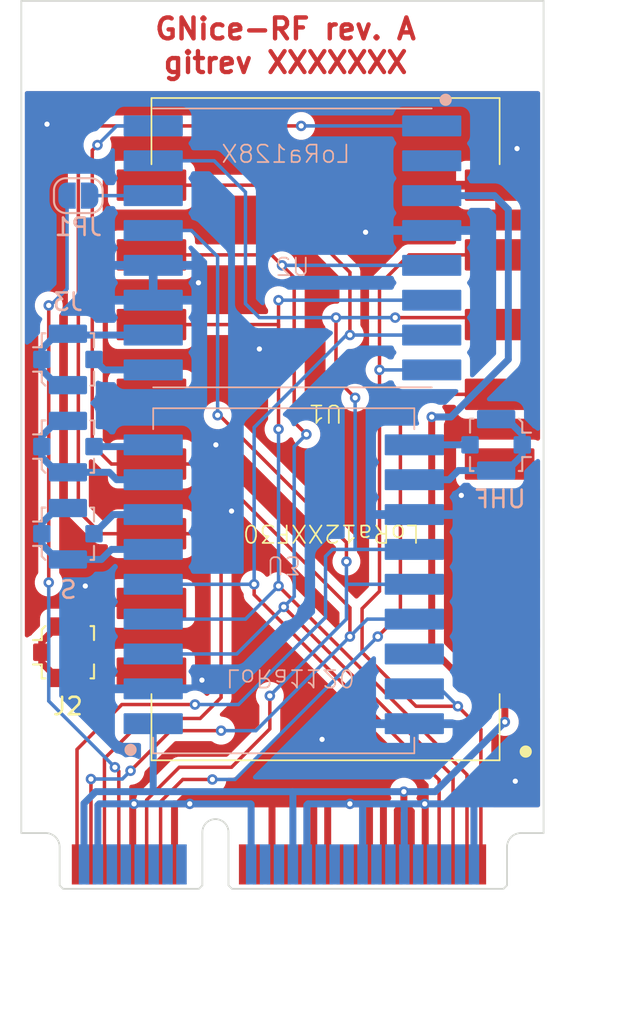
<source format=kicad_pcb>
(kicad_pcb (version 20241229) (generator "pcbnew") (generator_version "9.0")
  (layers (0 "F.Cu" signal) (2 "B.Cu" signal) (13 "F.Paste" user) (15 "B.Paste" user) (5 "F.SilkS" user "F.Silkscreen") (7 "B.SilkS" user "B.Silkscreen") (1 "F.Mask" user) (3 "B.Mask" user) (25 "Edge.Cuts" user))
  (net 0 "")
  (net 1 "GND")
  (net 2 "MOSI")
  (net 5 "SCK")
  (net 6 "RST1")
  (net 9 "RST0")
  (net 11 "IRQ0")
  (net 12 "GPIO1")
  (net 13 "+3V3")
  (net 15 "GPIO0")
  (net 16 "NSS")
  (net 19 "MISO")
  (net 20 "IRQ1")
  (net 21 "Net-(J2-Ext)")
  (net 22 "Net-(J2-In)")
  (net 23 "Net-(J3-Ext)")
  (net 24 "Net-(J3-In)")
  (net 25 "Net-(J4-Ext)")
  (net 26 "Net-(J4-In)")
  (net 27 "Net-(J5-Ext)")
  (net 28 "Net-(J5-In)")
  (net 29 "Net-(J6-Ext)")
  (net 30 "Net-(J6-In)")
  (net 35 "Net-(JP1-B)")
  (footprint "RadioHAT:LoRa12XXF30" (layer "F.Cu") (at 140.7 94 180)
    (property "Reference" "U1" (at 0 0.9 180) (layer "F.SilkS") (effects (font (thickness 0.1))))
    (property "Value" "~")
    (fp_text user "LoRa12XXF30" (at -5.5 -5.4 180) (layer "F.SilkS") (effects (font (thickness 0.1)) (justify left bottom)))
    (pad "1" smd roundrect (at -10 -14 180) (size 4 1.8) (layers "F.Cu" "F.Mask" "F.Paste") (roundrect_rratio 0.05) (net 13 "+3V3"))
    (pad "2" smd roundrect (at -10 -10 180) (size 4 1.8) (layers "F.Cu" "F.Mask" "F.Paste") (roundrect_rratio 0.05) (net 1 "GND"))
    (pad "3" smd roundrect (at -10 -6 180) (size 4 1.8) (layers "F.Cu" "F.Mask" "F.Paste") (roundrect_rratio 0.05))
    (pad "4" smd roundrect (at -10 -2 180) (size 4 1.8) (layers "F.Cu" "F.Mask" "F.Paste") (roundrect_rratio 0.05))
    (pad "5" smd roundrect (at -10 2 180) (size 4 1.8) (layers "F.Cu" "F.Mask" "F.Paste") (roundrect_rratio 0.05) (net 6 "RST1"))
    (pad "6" smd roundrect (at -10 6 180) (size 4 1.8) (layers "F.Cu" "F.Mask" "F.Paste") (roundrect_rratio 0.05) (net 15 "GPIO0"))
    (pad "7" smd roundrect (at -10 10 180) (size 4 1.8) (layers "F.Cu" "F.Mask" "F.Paste") (roundrect_rratio 0.05) (net 16 "NSS"))
    (pad "8" smd roundrect (at -10 14 180) (size 4 1.8) (layers "F.Cu" "F.Mask" "F.Paste") (roundrect_rratio 0.05) (net 1 "GND"))
    (pad "9" smd roundrect (at 10 14 180) (size 4 1.8) (layers "F.Cu" "F.Mask" "F.Paste") (roundrect_rratio 0.05) (net 5 "SCK"))
    (pad "10" smd roundrect (at 10 10 180) (size 4 1.8) (layers "F.Cu" "F.Mask" "F.Paste") (roundrect_rratio 0.05) (net 19 "MISO"))
    (pad "11" smd roundrect (at 10 6 180) (size 4 1.8) (layers "F.Cu" "F.Mask" "F.Paste") (roundrect_rratio 0.05) (net 2 "MOSI"))
    (pad "12" smd roundrect (at 10 2 180) (size 4 1.8) (layers "F.Cu" "F.Mask" "F.Paste") (roundrect_rratio 0.05))
    (pad "13" smd roundrect (at 10 -2 180) (size 4 1.8) (layers "F.Cu" "F.Mask" "F.Paste") (roundrect_rratio 0.05) (net 11 "IRQ0"))
    (pad "14" smd roundrect (at 10 -6 180) (size 4 1.8) (layers "F.Cu" "F.Mask" "F.Paste") (roundrect_rratio 0.05) (net 20 "IRQ1"))
    (pad "15" smd roundrect (at 10 -10 180) (size 4 1.8) (layers "F.Cu" "F.Mask" "F.Paste") (roundrect_rratio 0.05) (net 21 "Net-(J2-Ext)"))
    (pad "16" smd roundrect (at 10 -14 180) (size 4 1.8) (layers "F.Cu" "F.Mask" "F.Paste") (roundrect_rratio 0.05) (net 22 "Net-(J2-In)"))
  )
  (footprint "Connector_Coaxial:U.FL_Molex_MCRF_73412-0110_Vertical" (layer "F.Cu") (at 125.9 106.8 90)
    (property "Reference" "J2" (at -3.1 0 0) (layer "F.SilkS"))
    (property "Value" "Conn_Coaxial" (hide yes))
    (pad "1" smd roundrect (at 0 1.5 270) (size 1 1) (layers "F.Cu" "F.Mask" "F.Paste") (roundrect_rratio 0.1) (net 22 "Net-(J2-In)"))
    (pad "2" smd roundrect (at -1.475 0 270) (size 1.05 2.2) (layers "F.Cu" "F.Mask" "F.Paste") (roundrect_rratio 0.1) (net 21 "Net-(J2-Ext)"))
    (pad "2" smd roundrect (at 0 -1.5 270) (size 1 1) (layers "F.Cu" "F.Mask" "F.Paste") (roundrect_rratio 0.1) (net 21 "Net-(J2-Ext)"))
    (pad "2" smd roundrect (at 1.475 0 270) (size 1.05 2.2) (layers "F.Cu" "F.Mask" "F.Paste") (roundrect_rratio 0.1) (net 21 "Net-(J2-Ext)"))
  )
  (footprint "RadioHAT:Mini_PCIe_Full" (layer "F.Cu") (at 125.425 120.375)
    (property "Reference" "J1" (hide yes))
    (property "Value" "~" (hide yes))
    (fp_line (start -2.2 -50.95) (end -2.2 -3.2) (stroke (width 0.1)) (layer "Edge.Cuts"))
    (fp_line (start -2.2 -3.2) (end -0.8 -3.2) (stroke (width 0.1)) (layer "Edge.Cuts"))
    (fp_line (start 0 -2.4) (end 0 -0.2) (stroke (width 0.1)) (layer "Edge.Cuts"))
    (fp_line (start 0 -0.2) (end 0.2 0) (stroke (width 0.1)) (layer "Edge.Cuts"))
    (fp_line (start 0.2 0) (end 8 0) (stroke (width 0.1)) (layer "Edge.Cuts"))
    (fp_line (start 8 0) (end 8.2 -0.2) (stroke (width 0.1)) (layer "Edge.Cuts"))
    (fp_line (start 8.2 -0.2) (end 8.2 -3.25) (stroke (width 0.1)) (layer "Edge.Cuts"))
    (fp_line (start 9.7 -0.2) (end 9.7 -3.25) (stroke (width 0.1)) (layer "Edge.Cuts"))
    (fp_line (start 9.7 -0.2) (end 9.9 0) (stroke (width 0.1)) (layer "Edge.Cuts"))
    (fp_line (start 9.9 0) (end 25.5 0) (stroke (width 0.1)) (layer "Edge.Cuts"))
    (fp_line (start 25.5 0) (end 25.7 -0.2) (stroke (width 0.1)) (layer "Edge.Cuts"))
    (fp_line (start 25.7 -0.2) (end 25.7 -2.4) (stroke (width 0.1)) (layer "Edge.Cuts"))
    (fp_line (start 26.5 -3.2) (end 27.8 -3.2) (stroke (width 0.1)) (layer "Edge.Cuts"))
    (fp_line (start 27.8 -50.95) (end -2.2 -50.95) (stroke (width 0.1)) (layer "Edge.Cuts"))
    (fp_line (start 27.8 -50.95) (end 27.8 -3.2) (stroke (width 0.1)) (layer "Edge.Cuts"))
    (fp_arc (start -0.8 -3.2) (mid -0.234315 -2.965685) (end 0 -2.4) (stroke (width 0.1)) (layer "Edge.Cuts"))
    (fp_arc (start 8.2 -3.25) (mid 8.95 -4) (end 9.7 -3.25) (stroke (width 0.1)) (layer "Edge.Cuts"))
    (fp_arc (start 25.7 -2.4) (mid 25.934315 -2.965685) (end 26.5 -3.2) (stroke (width 0.1)) (layer "Edge.Cuts"))
    (pad "" np_thru_hole circle (at 0.7 -48.05) (size 2.6 2.6) (drill 2.6) (layers "*.Cu" "*.Mask"))
    (pad "" np_thru_hole circle (at 24.9 -48.05) (size 2.6 2.6) (drill 2.6) (layers "*.Cu" "*.Mask"))
    (pad "1" smd rect (at 1 -1.4 90) (size 2.3 0.6) (layers "F.Cu" "F.Mask" "F.Paste") (net 15 "GPIO0"))
    (pad "2" smd rect (at 1.4 -1.4 90) (size 2.3 0.6) (layers "B.Cu" "B.Mask" "B.Paste") (net 13 "+3V3"))
    (pad "3" smd rect (at 1.8 -1.4 90) (size 2.3 0.6) (layers "F.Cu" "F.Mask" "F.Paste") (net 11 "IRQ0"))
    (pad "4" smd rect (at 2.2 -1.4 90) (size 2.3 0.6) (layers "B.Cu" "B.Mask" "B.Paste") (net 1 "GND"))
    (pad "5" smd rect (at 2.6 -1.4 90) (size 2.3 0.6) (layers "F.Cu" "F.Mask" "F.Paste") (net 20 "IRQ1"))
    (pad "6" smd rect (at 3 -1.4 90) (size 2.3 0.6) (layers "B.Cu" "B.Mask" "B.Paste"))
    (pad "7" smd rect (at 3.4 -1.4 90) (size 2.3 0.6) (layers "F.Cu" "F.Mask" "F.Paste") (net 12 "GPIO1"))
    (pad "8" smd rect (at 3.8 -1.4 90) (size 2.3 0.6) (layers "B.Cu" "B.Mask" "B.Paste"))
    (pad "9" smd rect (at 4.2 -1.4 90) (size 2.3 0.6) (layers "F.Cu" "F.Mask" "F.Paste") (net 1 "GND"))
    (pad "10" smd rect (at 4.6 -1.4 90) (size 2.3 0.6) (layers "B.Cu" "B.Mask" "B.Paste"))
    (pad "11" smd rect (at 5 -1.4 90) (size 2.3 0.6) (layers "F.Cu" "F.Mask" "F.Paste") (net 9 "RST0"))
    (pad "12" smd rect (at 5.4 -1.4 90) (size 2.3 0.6) (layers "B.Cu" "B.Mask" "B.Paste"))
    (pad "13" smd rect (at 5.8 -1.4 90) (size 2.3 0.6) (layers "F.Cu" "F.Mask" "F.Paste") (net 6 "RST1"))
    (pad "14" smd rect (at 6.2 -1.4 90) (size 2.3 0.6) (layers "B.Cu" "B.Mask" "B.Paste"))
    (pad "15" smd rect (at 6.6 -1.4 90) (size 2.3 0.6) (layers "F.Cu" "F.Mask" "F.Paste") (net 1 "GND"))
    (pad "16" smd rect (at 7 -1.4 90) (size 2.3 0.6) (layers "B.Cu" "B.Mask" "B.Paste"))
    (pad "17" smd rect (at 10.6 -1.4 90) (size 2.3 0.6) (layers "F.Cu" "F.Mask" "F.Paste"))
    (pad "18" smd rect (at 11 -1.4 90) (size 2.3 0.6) (layers "B.Cu" "B.Mask" "B.Paste") (net 1 "GND"))
    (pad "19" smd rect (at 11.4 -1.4 90) (size 2.3 0.6) (layers "F.Cu" "F.Mask" "F.Paste"))
    (pad "20" smd rect (at 11.8 -1.4 90) (size 2.3 0.6) (layers "B.Cu" "B.Mask" "B.Paste"))
    (pad "21" smd rect (at 12.2 -1.4 90) (size 2.3 0.6) (layers "F.Cu" "F.Mask" "F.Paste") (net 1 "GND"))
    (pad "22" smd rect (at 12.6 -1.4 90) (size 2.3 0.6) (layers "B.Cu" "B.Mask" "B.Paste"))
    (pad "23" smd rect (at 13 -1.4 90) (size 2.3 0.6) (layers "F.Cu" "F.Mask" "F.Paste"))
    (pad "24" smd rect (at 13.4 -1.4 90) (size 2.3 0.6) (layers "B.Cu" "B.Mask" "B.Paste") (net 13 "+3V3"))
    (pad "25" smd rect (at 13.8 -1.4 90) (size 2.3 0.6) (layers "F.Cu" "F.Mask" "F.Paste"))
    (pad "26" smd rect (at 14.2 -1.4 90) (size 2.3 0.6) (layers "B.Cu" "B.Mask" "B.Paste") (net 1 "GND"))
    (pad "27" smd rect (at 14.6 -1.4 90) (size 2.3 0.6) (layers "F.Cu" "F.Mask" "F.Paste") (net 1 "GND"))
    (pad "28" smd rect (at 15 -1.4 90) (size 2.3 0.6) (layers "B.Cu" "B.Mask" "B.Paste"))
    (pad "29" smd rect (at 15.4 -1.4 90) (size 2.3 0.6) (layers "F.Cu" "F.Mask" "F.Paste") (net 1 "GND"))
    (pad "30" smd rect (at 15.8 -1.4 90) (size 2.3 0.6) (layers "B.Cu" "B.Mask" "B.Paste"))
    (pad "31" smd rect (at 16.2 -1.4 90) (size 2.3 0.6) (layers "F.Cu" "F.Mask" "F.Paste"))
    (pad "32" smd rect (at 16.6 -1.4 90) (size 2.3 0.6) (layers "B.Cu" "B.Mask" "B.Paste"))
    (pad "33" smd rect (at 17 -1.4 90) (size 2.3 0.6) (layers "F.Cu" "F.Mask" "F.Paste"))
    (pad "34" smd rect (at 17.4 -1.4 90) (size 2.3 0.6) (layers "B.Cu" "B.Mask" "B.Paste") (net 1 "GND"))
    (pad "35" smd rect (at 17.8 -1.4 90) (size 2.3 0.6) (layers "F.Cu" "F.Mask" "F.Paste") (net 1 "GND"))
    (pad "36" smd rect (at 18.2 -1.4 90) (size 2.3 0.6) (layers "B.Cu" "B.Mask" "B.Paste"))
    (pad "37" smd rect (at 18.6 -1.4 90) (size 2.3 0.6) (layers "F.Cu" "F.Mask" "F.Paste") (net 1 "GND"))
    (pad "38" smd rect (at 19 -1.4 90) (size 2.3 0.6) (layers "B.Cu" "B.Mask" "B.Paste"))
    (pad "39" smd rect (at 19.4 -1.4 90) (size 2.3 0.6) (layers "F.Cu" "F.Mask" "F.Paste") (net 13 "+3V3"))
    (pad "40" smd rect (at 19.8 -1.4 90) (size 2.3 0.6) (layers "B.Cu" "B.Mask" "B.Paste") (net 1 "GND"))
    (pad "41" smd rect (at 20.2 -1.4 90) (size 2.3 0.6) (layers "F.Cu" "F.Mask" "F.Paste") (net 13 "+3V3"))
    (pad "42" smd rect (at 20.6 -1.4 90) (size 2.3 0.6) (layers "B.Cu" "B.Mask" "B.Paste"))
    (pad "43" smd rect (at 21 -1.4 90) (size 2.3 0.6) (layers "F.Cu" "F.Mask" "F.Paste") (net 1 "GND"))
    (pad "44" smd rect (at 21.4 -1.4 90) (size 2.3 0.6) (layers "B.Cu" "B.Mask" "B.Paste"))
    (pad "45" smd rect (at 21.8 -1.4 90) (size 2.3 0.6) (layers "F.Cu" "F.Mask" "F.Paste") (net 5 "SCK"))
    (pad "46" smd rect (at 22.2 -1.4 90) (size 2.3 0.6) (layers "B.Cu" "B.Mask" "B.Paste"))
    (pad "47" smd rect (at 22.6 -1.4 90) (size 2.3 0.6) (layers "F.Cu" "F.Mask" "F.Paste") (net 19 "MISO"))
    (pad "48" smd rect (at 23 -1.4 90) (size 2.3 0.6) (layers "B.Cu" "B.Mask" "B.Paste"))
    (pad "49" smd rect (at 23.4 -1.4 90) (size 2.3 0.6) (layers "F.Cu" "F.Mask" "F.Paste") (net 2 "MOSI"))
    (pad "50" smd rect (at 23.8 -1.4 90) (size 2.3 0.6) (layers "B.Cu" "B.Mask" "B.Paste") (net 1 "GND"))
    (pad "51" smd rect (at 24.2 -1.4 90) (size 2.3 0.6) (layers "F.Cu" "F.Mask" "F.Paste") (net 16 "NSS"))
  )
  (footprint "Connector_Coaxial:U.FL_Molex_MCRF_73412-0110_Vertical" (layer "B.Cu") (at 125.9 100 -90)
    (property "Reference" "J6" (hide yes))
    (property "Value" "Conn_Coaxial" (hide yes))
    (pad "1" smd roundrect (at 0 -1.5 90) (size 1 1) (layers "B.Cu" "B.Mask" "B.Paste") (roundrect_rratio 0.1) (net 30 "Net-(J6-In)"))
    (pad "2" smd roundrect (at -1.475 0 90) (size 1.05 2.2) (layers "B.Cu" "B.Mask" "B.Paste") (roundrect_rratio 0.1) (net 29 "Net-(J6-Ext)"))
    (pad "2" smd roundrect (at 0 1.5 90) (size 1 1) (layers "B.Cu" "B.Mask" "B.Paste") (roundrect_rratio 0.1) (net 29 "Net-(J6-Ext)"))
    (pad "2" smd roundrect (at 1.475 0 90) (size 1.05 2.2) (layers "B.Cu" "B.Mask" "B.Paste") (roundrect_rratio 0.1) (net 29 "Net-(J6-Ext)"))
  )
  (footprint "Jumper:SolderJumper-2_P1.3mm_Open_RoundedPad1.0x1.5mm" (layer "B.Cu") (at 126.5 80.6)
    (property "Reference" "JP1" (at 0 1.8 0) (layer "B.SilkS") (effects (justify mirror)))
    (property "Value" "SolderJumper_2_Open" (hide yes))
    (pad "1" smd custom (at -0.65 0) (size 1 0.5) (layers "B.Cu" "B.Mask") (net 12 "GPIO1") (options (clearance outline) (anchor rect)) (primitives (gr_circle (center 0 -0.25) (end 0.5 -0.25) (width 0) (fill yes)) (gr_circle (center 0 0.25) (end 0.5 0.25) (width 0) (fill yes)) (gr_poly (pts (xy 0.5 -0.75) (xy 0 -0.75) (xy 0 0.75) (xy 0.5 0.75)) (width 0) (fill yes))))
    (pad "2" smd custom (at 0.65 0) (size 1 0.5) (layers "B.Cu" "B.Mask") (net 35 "Net-(JP1-B)") (options (clearance outline) (anchor rect)) (primitives (gr_circle (center 0 -0.25) (end 0.5 -0.25) (width 0) (fill yes)) (gr_circle (center 0 0.25) (end 0.5 0.25) (width 0) (fill yes)) (gr_poly (pts (xy 0 -0.75) (xy -0.5 -0.75) (xy -0.5 0.75) (xy 0 0.75)) (width 0) (fill yes))))
  )
  (footprint "RadioHAT:LoRa128X" (layer "B.Cu") (at 138.8 83.6 180)
    (property "Reference" "U2" (at 0 -1.1 0) (layer "B.SilkS") (effects (font (thickness 0.1)) (justify mirror)))
    (property "Value" "~")
    (fp_text user "LoRa128X" (at -3.4 4.8 0) (layer "B.SilkS") (effects (font (thickness 0.1)) (justify left bottom mirror)))
    (pad "1" smd roundrect (at -8 7 180) (size 3.4 1.2) (layers "B.Cu" "B.Mask" "B.Paste") (roundrect_rratio 0.05) (net 20 "IRQ1"))
    (pad "2" smd roundrect (at -8 5 180) (size 3.4 1.2) (layers "B.Cu" "B.Mask" "B.Paste") (roundrect_rratio 0.05))
    (pad "3" smd roundrect (at -8 3 180) (size 3.4 1.2) (layers "B.Cu" "B.Mask" "B.Paste") (roundrect_rratio 0.05) (net 13 "+3V3"))
    (pad "4" smd roundrect (at -8 1 180) (size 3.4 1.2) (layers "B.Cu" "B.Mask" "B.Paste") (roundrect_rratio 0.05) (net 1 "GND"))
    (pad "5" smd roundrect (at -8 -1 180) (size 3.4 1.2) (layers "B.Cu" "B.Mask" "B.Paste") (roundrect_rratio 0.05) (net 19 "MISO"))
    (pad "6" smd roundrect (at -8 -3 180) (size 3.4 1.2) (layers "B.Cu" "B.Mask" "B.Paste") (roundrect_rratio 0.05) (net 2 "MOSI"))
    (pad "7" smd roundrect (at -8 -5 180) (size 3.4 1.2) (layers "B.Cu" "B.Mask" "B.Paste") (roundrect_rratio 0.05) (net 5 "SCK"))
    (pad "8" smd roundrect (at -8 -7 180) (size 3.4 1.2) (layers "B.Cu" "B.Mask" "B.Paste") (roundrect_rratio 0.05) (net 16 "NSS"))
    (pad "9" smd roundrect (at 8 -7 180) (size 3.4 1.2) (layers "B.Cu" "B.Mask" "B.Paste") (roundrect_rratio 0.05) (net 24 "Net-(J3-In)"))
    (pad "10" smd roundrect (at 8 -5 180) (size 3.4 1.2) (layers "B.Cu" "B.Mask" "B.Paste") (roundrect_rratio 0.05) (net 23 "Net-(J3-Ext)"))
    (pad "11" smd roundrect (at 8 -3 180) (size 3.4 1.2) (layers "B.Cu" "B.Mask" "B.Paste") (roundrect_rratio 0.05) (net 1 "GND"))
    (pad "12" smd roundrect (at 8 -1 180) (size 3.4 1.2) (layers "B.Cu" "B.Mask" "B.Paste") (roundrect_rratio 0.05) (net 1 "GND"))
    (pad "13" smd roundrect (at 8 1 180) (size 3.4 1.2) (layers "B.Cu" "B.Mask" "B.Paste") (roundrect_rratio 0.05) (net 9 "RST0"))
    (pad "14" smd roundrect (at 8 3 180) (size 3.4 1.2) (layers "B.Cu" "B.Mask" "B.Paste") (roundrect_rratio 0.05) (net 35 "Net-(JP1-B)"))
    (pad "15" smd roundrect (at 8 5 180) (size 3.4 1.2) (layers "B.Cu" "B.Mask" "B.Paste") (roundrect_rratio 0.05) (net 15 "GPIO0"))
    (pad "16" smd roundrect (at 8 7 180) (size 3.4 1.2) (layers "B.Cu" "B.Mask" "B.Paste") (roundrect_rratio 0.05) (net 11 "IRQ0"))
  )
  (footprint "Connector_Coaxial:U.FL_Molex_MCRF_73412-0110_Vertical" (layer "B.Cu") (at 125.9 90 -90)
    (property "Reference" "J3" (at -3.3 0 180) (layer "B.SilkS") (effects (justify mirror)))
    (property "Value" "Conn_Coaxial" (hide yes))
    (pad "1" smd roundrect (at 0 -1.5 90) (size 1 1) (layers "B.Cu" "B.Mask" "B.Paste") (roundrect_rratio 0.1) (net 24 "Net-(J3-In)"))
    (pad "2" smd roundrect (at -1.475 0 90) (size 1.05 2.2) (layers "B.Cu" "B.Mask" "B.Paste") (roundrect_rratio 0.1) (net 23 "Net-(J3-Ext)"))
    (pad "2" smd roundrect (at 0 1.5 90) (size 1 1) (layers "B.Cu" "B.Mask" "B.Paste") (roundrect_rratio 0.1) (net 23 "Net-(J3-Ext)"))
    (pad "2" smd roundrect (at 1.475 0 90) (size 1.05 2.2) (layers "B.Cu" "B.Mask" "B.Paste") (roundrect_rratio 0.1) (net 23 "Net-(J3-Ext)"))
  )
  (footprint "RadioHAT:LoRa1120" (layer "B.Cu") (at 138.3 102.9)
    (property "Reference" "U3" (at 0 -1.1 180) (layer "B.SilkS") (effects (font (thickness 0.1)) (justify mirror)))
    (property "Value" "~")
    (fp_text user "LoRa1120" (at -3.4 4.8 180) (layer "B.SilkS") (effects (font (thickness 0.1)) (justify left bottom mirror)))
    (pad "1" smd roundrect (at -7.5 8) (size 3.4 1.2) (layers "B.Cu" "B.Mask" "B.Paste") (roundrect_rratio 0.05) (net 13 "+3V3"))
    (pad "2" smd roundrect (at -7.5 6) (size 3.4 1.2) (layers "B.Cu" "B.Mask" "B.Paste") (roundrect_rratio 0.05) (net 1 "GND"))
    (pad "3" smd roundrect (at -7.5 4) (size 3.4 1.2) (layers "B.Cu" "B.Mask" "B.Paste") (roundrect_rratio 0.05) (net 19 "MISO"))
    (pad "4" smd roundrect (at -7.5 2) (size 3.4 1.2) (layers "B.Cu" "B.Mask" "B.Paste") (roundrect_rratio 0.05) (net 2 "MOSI"))
    (pad "5" smd roundrect (at -7.5 0) (size 3.4 1.2) (layers "B.Cu" "B.Mask" "B.Paste") (roundrect_rratio 0.05) (net 5 "SCK"))
    (pad "6" smd roundrect (at -7.5 -2) (size 3.4 1.2) (layers "B.Cu" "B.Mask" "B.Paste") (roundrect_rratio 0.05) (net 29 "Net-(J6-Ext)"))
    (pad "7" smd roundrect (at -7.5 -4) (size 3.4 1.2) (layers "B.Cu" "B.Mask" "B.Paste") (roundrect_rratio 0.05) (net 30 "Net-(J6-In)"))
    (pad "8" smd roundrect (at -7.5 -6) (size 3.4 1.2) (layers "B.Cu" "B.Mask" "B.Paste") (roundrect_rratio 0.05) (net 27 "Net-(J5-Ext)"))
    (pad "9" smd roundrect (at -7.5 -8) (size 3.4 1.2) (layers "B.Cu" "B.Mask" "B.Paste") (roundrect_rratio 0.05) (net 28 "Net-(J5-In)"))
    (pad "10" smd roundrect (at 7.5 -8) (size 3.4 1.2) (layers "B.Cu" "B.Mask" "B.Paste") (roundrect_rratio 0.05) (net 26 "Net-(J4-In)"))
    (pad "11" smd roundrect (at 7.5 -6) (size 3.4 1.2) (layers "B.Cu" "B.Mask" "B.Paste") (roundrect_rratio 0.05) (net 25 "Net-(J4-Ext)"))
    (pad "12" smd roundrect (at 7.5 -4) (size 3.4 1.2) (layers "B.Cu" "B.Mask" "B.Paste") (roundrect_rratio 0.05) (net 1 "GND"))
    (pad "13" smd roundrect (at 7.5 -2) (size 3.4 1.2) (layers "B.Cu" "B.Mask" "B.Paste") (roundrect_rratio 0.05) (net 15 "GPIO0"))
    (pad "14" smd roundrect (at 7.5 0) (size 3.4 1.2) (layers "B.Cu" "B.Mask" "B.Paste") (roundrect_rratio 0.05) (net 9 "RST0"))
    (pad "15" smd roundrect (at 7.5 2) (size 3.4 1.2) (layers "B.Cu" "B.Mask" "B.Paste") (roundrect_rratio 0.05) (net 11 "IRQ0"))
    (pad "16" smd roundrect (at 7.5 4) (size 3.4 1.2) (layers "B.Cu" "B.Mask" "B.Paste") (roundrect_rratio 0.05))
    (pad "17" smd roundrect (at 7.5 6) (size 3.4 1.2) (layers "B.Cu" "B.Mask" "B.Paste") (roundrect_rratio 0.05) (net 16 "NSS"))
    (pad "18" smd roundrect (at 7.5 8) (size 3.4 1.2) (layers "B.Cu" "B.Mask" "B.Paste") (roundrect_rratio 0.05) (net 1 "GND"))
  )
  (footprint "Connector_Coaxial:U.FL_Molex_MCRF_73412-0110_Vertical" (layer "B.Cu") (at 150.5 94.9 90)
    (property "Reference" "J4" (hide yes))
    (property "Value" "Conn_Coaxial" (hide yes))
    (pad "1" smd roundrect (at 0 -1.5 270) (size 1 1) (layers "B.Cu" "B.Mask" "B.Paste") (roundrect_rratio 0.1) (net 26 "Net-(J4-In)"))
    (pad "2" smd roundrect (at -1.475 0 270) (size 1.05 2.2) (layers "B.Cu" "B.Mask" "B.Paste") (roundrect_rratio 0.1) (net 25 "Net-(J4-Ext)"))
    (pad "2" smd roundrect (at 0 1.5 270) (size 1 1) (layers "B.Cu" "B.Mask" "B.Paste") (roundrect_rratio 0.1) (net 25 "Net-(J4-Ext)"))
    (pad "2" smd roundrect (at 1.475 0 270) (size 1.05 2.2) (layers "B.Cu" "B.Mask" "B.Paste") (roundrect_rratio 0.1) (net 25 "Net-(J4-Ext)"))
  )
  (footprint "Connector_Coaxial:U.FL_Molex_MCRF_73412-0110_Vertical" (layer "B.Cu") (at 125.9 95 -90)
    (property "Reference" "J5" (hide yes))
    (property "Value" "Conn_Coaxial" (hide yes))
    (pad "1" smd roundrect (at 0 -1.5 90) (size 1 1) (layers "B.Cu" "B.Mask" "B.Paste") (roundrect_rratio 0.1) (net 28 "Net-(J5-In)"))
    (pad "2" smd roundrect (at -1.475 0 90) (size 1.05 2.2) (layers "B.Cu" "B.Mask" "B.Paste") (roundrect_rratio 0.1) (net 27 "Net-(J5-Ext)"))
    (pad "2" smd roundrect (at 0 1.5 90) (size 1 1) (layers "B.Cu" "B.Mask" "B.Paste") (roundrect_rratio 0.1) (net 27 "Net-(J5-Ext)"))
    (pad "2" smd roundrect (at 1.475 0 90) (size 1.05 2.2) (layers "B.Cu" "B.Mask" "B.Paste") (roundrect_rratio 0.1) (net 27 "Net-(J5-Ext)"))
  )
  (gr_text "GNice-RF rev. A\ngitrev XXXXXXX" (at 138.4 72 0) (layer "F.Cu") (effects (font (size 1.2 1.2) (thickness 0.25) (bold yes))))
  (gr_text "S" (at 126.5 103.8 0) (layer "B.SilkS") (effects (font (size 1 1)) (justify left bottom mirror)))
  (gr_text "UHF" (at 152.3 98.6 0) (layer "B.SilkS") (effects (font (size 1 1)) (justify left bottom mirror)))
  (segment (start 146.425 115.525) (end 146.4 115.5) (width 0.4) (layer "F.Cu") (net 1))
  (segment (start 143.225 115.525) (end 143.2 115.5) (width 0.4) (layer "F.Cu") (net 1))
  (segment (start 143.225 118.975) (end 143.225 115.525) (width 0.4) (layer "F.Cu") (net 1))
  (segment (start 144.025 115.525) (end 144 115.5) (width 0.4) (layer "F.Cu") (net 1))
  (segment (start 132.025 115.525) (end 132 115.5) (width 0.4) (layer "F.Cu") (net 1))
  (segment (start 129.625 118.975) (end 129.625 115.575) (width 0.4) (layer "F.Cu") (net 1))
  (segment (start 146.425 118.975) (end 146.425 115.525) (width 0.4) (layer "F.Cu") (net 1))
  (segment (start 144.025 118.975) (end 144.025 115.525) (width 0.4) (layer "F.Cu") (net 1))
  (segment (start 144 115.5) (end 143.2 115.5) (width 0.4) (layer "F.Cu") (net 1))
  (segment (start 142.1 115.5) (end 141.9 115.5) (width 0.4) (layer "F.Cu") (net 1))
  (segment (start 137.625 115.575) (end 137.7 115.5) (width 0.4) (layer "F.Cu") (net 1))
  (segment (start 140.8 115.5) (end 140 115.5) (width 0.4) (layer "F.Cu") (net 1))
  (segment (start 142.1 115.5) (end 140.8 115.5) (width 0.4) (layer "F.Cu") (net 1))
  (segment (start 137.7 115.5) (end 132 115.5) (width 0.4) (layer "F.Cu") (net 1))
  (segment (start 140.025 118.975) (end 140.025 115.525) (width 0.4) (layer "F.Cu") (net 1))
  (segment (start 143.2 115.5) (end 142.1 115.5) (width 0.4) (layer "F.Cu") (net 1))
  (segment (start 132.025 118.975) (end 132.025 115.525) (width 0.4) (layer "F.Cu") (net 1))
  (segment (start 140 115.5) (end 137.7 115.5) (width 0.4) (layer "F.Cu") (net 1))
  (segment (start 140.825 115.525) (end 140.8 115.5) (width 0.4) (layer "F.Cu") (net 1))
  (segment (start 140.025 115.525) (end 140 115.5) (width 0.4) (layer "F.Cu") (net 1))
  (segment (start 137.625 118.975) (end 137.625 115.575) (width 0.4) (layer "F.Cu") (net 1))
  (segment (start 129.625 115.575) (end 129.7 115.5) (width 0.4) (layer "F.Cu") (net 1))
  (segment (start 140.825 118.975) (end 140.825 115.525) (width 0.4) (layer "F.Cu") (net 1))
  (via (at 133.6 108.4) (size 0.6) (drill 0.3) (layers "F.Cu" "B.Cu") (net 1))
  (via (at 151.6 114.2) (size 0.6) (drill 0.3) (layers "F.Cu" "B.Cu") (net 1))
  (via (at 132.9 115.5) (size 0.6) (drill 0.3) (layers "F.Cu" "B.Cu") (net 1))
  (via (at 140.5 111.8) (size 0.6) (drill 0.3) (layers "F.Cu" "B.Cu") (net 1))
  (via (at 129.7 115.5) (size 0.6) (drill 0.3) (layers "F.Cu" "B.Cu") (net 1))
  (via (at 142.1 115.5) (size 0.6) (drill 0.3) (layers "F.Cu" "B.Cu") (net 1))
  (via (at 136.9 89.4) (size 0.6) (drill 0.3) (layers "F.Cu" "B.Cu") (net 1))
  (via (at 151.7 77.9) (size 0.6) (drill 0.3) (layers "F.Cu" "B.Cu") (net 1))
  (via (at 148.5 97.8) (size 0.6) (drill 0.3) (layers "F.Cu" "B.Cu") (net 1))
  (via (at 133.4 85.6) (size 0.6) (drill 0.3) (layers "F.Cu" "B.Cu") (net 1))
  (via (at 146.4 115.5) (size 0.6) (drill 0.3) (layers "F.Cu" "B.Cu") (net 1))
  (via (at 143 82.7) (size 0.6) (drill 0.3) (layers "F.Cu" "B.Cu") (net 1))
  (via (at 134.4 94.9) (size 0.6) (drill 0.3) (layers "F.Cu" "B.Cu") (net 1))
  (via (at 126.9 103) (size 0.6) (drill 0.3) (layers "F.Cu" "B.Cu") (net 1))
  (via (at 124.7 76.5) (size 0.6) (drill 0.3) (layers "F.Cu" "B.Cu") (net 1))
  (via (at 135.3 98.7) (size 0.6) (drill 0.3) (layers "F.Cu" "B.Cu") (net 1))
  (segment (start 129.7 115.5) (end 127.7 115.5) (width 0.4) (layer "B.Cu") (net 1))
  (segment (start 142.825 115.525) (end 142.8 115.5) (width 0.4) (layer "B.Cu") (net 1))
  (segment (start 149.225 118.975) (end 149.225 115.525) (width 0.4) (layer "B.Cu") (net 1))
  (segment (start 142.825 118.975) (end 142.825 115.525) (width 0.4) (layer "B.Cu") (net 1))
  (segment (start 145.2 115.5) (end 142.8 115.5) (width 0.4) (layer "B.Cu") (net 1))
  (segment (start 145.225 118.975) (end 145.225 115.525) (width 0.4) (layer "B.Cu") (net 1))
  (segment (start 145.225 115.525) (end 145.2 115.5) (width 0.4) (layer "B.Cu") (net 1))
  (segment (start 139.7 115.5) (end 139.625 115.575) (width 0.4) (layer "B.Cu") (net 1))
  (segment (start 142.8 115.5) (end 139.7 115.5) (width 0.4) (layer "B.Cu") (net 1))
  (segment (start 136.425 118.975) (end 136.425 115.525) (width 0.4) (layer "B.Cu") (net 1))
  (segment (start 136.425 115.525) (end 136.4 115.5) (width 0.4) (layer "B.Cu") (net 1))
  (segment (start 139.625 115.575) (end 139.625 118.975) (width 0.4) (layer "B.Cu") (net 1))
  (segment (start 149.2 115.5) (end 146.4 115.5) (width 0.4) (layer "B.Cu") (net 1))
  (segment (start 136.4 115.5) (end 129.7 115.5) (width 0.4) (layer "B.Cu") (net 1))
  (segment (start 127.7 115.5) (end 127.625 115.575) (width 0.4) (layer "B.Cu") (net 1))
  (segment (start 127.625 115.575) (end 127.625 118.975) (width 0.4) (layer "B.Cu") (net 1))
  (segment (start 149.225 115.525) (end 149.2 115.5) (width 0.4) (layer "B.Cu") (net 1))
  (segment (start 146.4 115.5) (end 145.2 115.5) (width 0.4) (layer "B.Cu") (net 1))
  (segment (start 138 94) (end 138 88.1) (width 0.2) (layer "F.Cu") (net 2))
  (segment (start 138 86.6) (end 138 88.1) (width 0.2) (layer "F.Cu") (net 2))
  (segment (start 138 88.1) (end 138 88) (width 0.2) (layer "F.Cu") (net 2))
  (segment (start 148.825 113.825) (end 148.825 118.975) (width 0.2) (layer "F.Cu") (net 2))
  (segment (start 138 103) (end 148.825 113.825) (width 0.2) (layer "F.Cu") (net 2))
  (segment (start 138 88) (end 130.7 88) (width 0.2) (layer "F.Cu") (net 2))
  (via (at 138 103) (size 0.6) (drill 0.3) (layers "F.Cu" "B.Cu") (net 2))
  (via (at 138 94) (size 0.6) (drill 0.3) (layers "F.Cu" "B.Cu") (net 2))
  (via (at 138 86.6) (size 0.6) (drill 0.3) (layers "F.Cu" "B.Cu") (net 2))
  (segment (start 138 94) (end 138 103) (width 0.2) (layer "B.Cu") (net 2))
  (segment (start 138 103) (end 136.1 104.9) (width 0.2) (layer "B.Cu") (net 2))
  (segment (start 136.1 104.9) (end 130.8 104.9) (width 0.2) (layer "B.Cu") (net 2))
  (segment (start 138 86.6) (end 146.8 86.6) (width 0.2) (layer "B.Cu") (net 2))
  (segment (start 137.1 80) (end 142.1 85) (width 0.2) (layer "F.Cu") (net 5))
  (segment (start 130.7 80) (end 137.1 80) (width 0.2) (layer "F.Cu") (net 5))
  (segment (start 136.6 102.9) (end 136.6 103.5) (width 0.2) (layer "F.Cu") (net 5))
  (segment (start 136.6 103.5) (end 147.225 114.125) (width 0.2) (layer "F.Cu") (net 5))
  (segment (start 142.1 85) (end 142.1 88.6) (width 0.2) (layer "F.Cu") (net 5))
  (segment (start 147.225 114.125) (end 147.225 118.975) (width 0.2) (layer "F.Cu") (net 5))
  (via (at 142.1 88.6) (size 0.6) (drill 0.3) (layers "F.Cu" "B.Cu") (net 5))
  (via (at 136.6 102.9) (size 0.6) (drill 0.3) (layers "F.Cu" "B.Cu") (net 5))
  (segment (start 136.6 93.9) (end 141.9 88.6) (width 0.2) (layer "B.Cu") (net 5))
  (segment (start 141.9 88.6) (end 142.1 88.6) (width 0.2) (layer "B.Cu") (net 5))
  (segment (start 136.6 102.9) (end 136.6 93.9) (width 0.2) (layer "B.Cu") (net 5))
  (segment (start 142.1 88.6) (end 146.8 88.6) (width 0.2) (layer "B.Cu") (net 5))
  (segment (start 136.6 102.9) (end 130.8 102.9) (width 0.2) (layer "B.Cu") (net 5))
  (segment (start 134.2 114.1) (end 132.5 114.1) (width 0.2) (layer "F.Cu") (net 6))
  (segment (start 131.225 115.375) (end 131.225 118.975) (width 0.2) (layer "F.Cu") (net 6))
  (segment (start 145 93.6) (end 146.6 92) (width 0.2) (layer "F.Cu") (net 6))
  (segment (start 145 104.6) (end 145 93.6) (width 0.2) (layer "F.Cu") (net 6))
  (segment (start 143.7 105.9) (end 145 104.6) (width 0.2) (layer "F.Cu") (net 6))
  (segment (start 132.5 114.1) (end 131.225 115.375) (width 0.2) (layer "F.Cu") (net 6))
  (segment (start 146.6 92) (end 150.7 92) (width 0.2) (layer "F.Cu") (net 6))
  (via (at 143.7 105.9) (size 0.6) (drill 0.3) (layers "F.Cu" "B.Cu") (net 6))
  (via (at 134.2 114.1) (size 0.6) (drill 0.3) (layers "F.Cu" "B.Cu") (net 6))
  (segment (start 135.5 114.1) (end 134.2 114.1) (width 0.2) (layer "B.Cu") (net 6))
  (segment (start 143.7 105.9) (end 135.5 114.1) (width 0.2) (layer "B.Cu") (net 6))
  (segment (start 134.6 93.2) (end 134.5 93.2) (width 0.2) (layer "F.Cu") (net 9))
  (segment (start 137.5 111.2) (end 135.3 113.4) (width 0.2) (layer "F.Cu") (net 9))
  (segment (start 141.9 101.6) (end 141.9 100.5) (width 0.2) (layer "F.Cu") (net 9))
  (segment (start 141.9 100.5) (end 134.6 93.2) (width 0.2) (layer "F.Cu") (net 9))
  (segment (start 137.5 109.3) (end 137.5 111.2) (width 0.2) (layer "F.Cu") (net 9))
  (segment (start 132.3 113.4) (end 130.425 115.275) (width 0.2) (layer "F.Cu") (net 9))
  (segment (start 135.3 113.4) (end 132.3 113.4) (width 0.2) (layer "F.Cu") (net 9))
  (segment (start 130.425 115.275) (end 130.425 118.975) (width 0.2) (layer "F.Cu") (net 9))
  (via (at 134.5 93.2) (size 0.6) (drill 0.3) (layers "F.Cu" "B.Cu") (net 9))
  (via (at 141.9 101.6) (size 0.6) (drill 0.3) (layers "F.Cu" "B.Cu") (net 9))
  (via (at 137.5 109.3) (size 0.6) (drill 0.3) (layers "F.Cu" "B.Cu") (net 9))
  (segment (start 134.5 84.1) (end 134.5 93.2) (width 0.2) (layer "B.Cu") (net 9))
  (segment (start 130.8 82.6) (end 133 82.6) (width 0.2) (layer "B.Cu") (net 9))
  (segment (start 145.8 102.9) (end 141.9 102.9) (width 0.2) (layer "B.Cu") (net 9))
  (segment (start 141.9 101.6) (end 141.9 102.9) (width 0.2) (layer "B.Cu") (net 9))
  (segment (start 141.9 102.9) (end 141.9 104.9) (width 0.2) (layer "B.Cu") (net 9))
  (segment (start 133 82.6) (end 134.5 84.1) (width 0.2) (layer "B.Cu") (net 9))
  (segment (start 141.9 104.9) (end 137.5 109.3) (width 0.2) (layer "B.Cu") (net 9))
  (segment (start 142.1 104.25) (end 133.85 96) (width 0.2) (layer "F.Cu") (net 11))
  (segment (start 127.3 78) (end 127.3 94.9) (width 0.2) (layer "F.Cu") (net 11))
  (segment (start 128.4 96) (end 130.7 96) (width 0.2) (layer "F.Cu") (net 11))
  (segment (start 127.3 94.9) (end 128.4 96) (width 0.2) (layer "F.Cu") (net 11))
  (segment (start 133.85 96) (end 130.7 96) (width 0.2) (layer "F.Cu") (net 11))
  (segment (start 127.225 114.075) (end 127.225 118.975) (width 0.2) (layer "F.Cu") (net 11))
  (segment (start 131.8 111.3) (end 129.5 113.6) (width 0.2) (layer "F.Cu") (net 11))
  (segment (start 142.1 105.9) (end 142.1 104.25) (width 0.2) (layer "F.Cu") (net 11))
  (segment (start 134.7 111.3) (end 131.8 111.3) (width 0.2) (layer "F.Cu") (net 11))
  (segment (start 127.6 77.7) (end 127.3 78) (width 0.2) (layer "F.Cu") (net 11))
  (via (at 142.1 105.9) (size 0.6) (drill 0.3) (layers "F.Cu" "B.Cu") (net 11))
  (via (at 129.5 113.6) (size 0.6) (drill 0.3) (layers "F.Cu" "B.Cu") (net 11))
  (via (at 134.7 111.3) (size 0.6) (drill 0.3) (layers "F.Cu" "B.Cu") (net 11))
  (via (at 127.6 77.7) (size 0.6) (drill 0.3) (layers "F.Cu" "B.Cu") (net 11))
  (via (at 127.225 114.075) (size 0.6) (drill 0.3) (layers "F.Cu" "B.Cu") (net 11))
  (segment (start 128.7 76.6) (end 130.8 76.6) (width 0.2) (layer "B.Cu") (net 11))
  (segment (start 136.7 111.3) (end 134.7 111.3) (width 0.2) (layer "B.Cu") (net 11))
  (segment (start 142.1 105.9) (end 143.1 104.9) (width 0.2) (layer "B.Cu") (net 11))
  (segment (start 142.1 105.9) (end 136.7 111.3) (width 0.2) (layer "B.Cu") (net 11))
  (segment (start 143.1 104.9) (end 145.8 104.9) (width 0.2) (layer "B.Cu") (net 11))
  (segment (start 127.6 77.7) (end 128.7 76.6) (width 0.2) (layer "B.Cu") (net 11))
  (segment (start 129.025 114.075) (end 129.5 113.6) (width 0.2) (layer "B.Cu") (net 11))
  (segment (start 127.225 114.075) (end 129.025 114.075) (width 0.2) (layer "B.Cu") (net 11))
  (segment (start 124.8 86.9) (end 124.8 102.8) (width 0.2) (layer "F.Cu") (net 12))
  (segment (start 128.825 113.625) (end 128.825 118.975) (width 0.2) (layer "F.Cu") (net 12))
  (segment (start 128.6 113.4) (end 128.825 113.625) (width 0.2) (layer "F.Cu") (net 12))
  (via (at 124.8 86.9) (size 0.6) (drill 0.3) (layers "F.Cu" "B.Cu") (net 12))
  (via (at 128.6 113.4) (size 0.6) (drill 0.3) (layers "F.Cu" "B.Cu") (net 12))
  (via (at 124.8 102.8) (size 0.6) (drill 0.3) (layers "F.Cu" "B.Cu") (net 12))
  (segment (start 124.8 86.9) (end 124.9 86.9) (width 0.2) (layer "B.Cu") (net 12))
  (segment (start 124.8 109.6) (end 128.6 113.4) (width 0.2) (layer "B.Cu") (net 12))
  (segment (start 124.8 102.8) (end 124.8 109.6) (width 0.2) (layer "B.Cu") (net 12))
  (segment (start 125.85 85.95) (end 125.85 80.6) (width 0.2) (layer "B.Cu") (net 12))
  (segment (start 124.9 86.9) (end 125.85 85.95) (width 0.2) (layer "B.Cu") (net 12))
  (segment (start 145.625 115.925) (end 145.625 118.975) (width 0.4) (layer "F.Cu") (net 13))
  (segment (start 151 110.8) (end 151 108.3) (width 0.4) (layer "F.Cu") (net 13))
  (segment (start 148.2 108) (end 150.7 108) (width 0.4) (layer "F.Cu") (net 13))
  (segment (start 146.8 93.3) (end 146.8 106.6) (width 0.4) (layer "F.Cu") (net 13))
  (segment (start 151 108.3) (end 150.7 108) (width 0.4) (layer "F.Cu") (net 13))
  (segment (start 146.8 106.6) (end 148.2 108) (width 0.4) (layer "F.Cu") (net 13))
  (segment (start 144.825 118.975) (end 144.825 115.875) (width 0.4) (layer "F.Cu") (net 13))
  (segment (start 144.825 115.875) (end 145.2 115.5) (width 0.4) (layer "F.Cu") (net 13))
  (segment (start 145.2 114.8) (end 145.2 115.5) (width 0.4) (layer "F.Cu") (net 13))
  (segment (start 145.2 115.5) (end 145.625 115.925) (width 0.4) (layer "F.Cu") (net 13))
  (via (at 146.8 93.3) (size 0.6) (drill 0.3) (layers "F.Cu" "B.Cu") (net 13))
  (via (at 145.2 114.8) (size 0.6) (drill 0.3) (layers "F.Cu" "B.Cu") (net 13))
  (via (at 151 110.8) (size 0.6) (drill 0.3) (layers "F.Cu" "B.Cu") (net 13))
  (segment (start 126.825 118.975) (end 126.825 115.475) (width 0.4) (layer "B.Cu") (net 13))
  (segment (start 127.5 114.8) (end 130.8 114.8) (width 0.4) (layer "B.Cu") (net 13))
  (segment (start 138.825 118.975) (end 138.825 114.825) (width 0.4) (layer "B.Cu") (net 13))
  (segment (start 151.2 90) (end 151.2 81.4) (width 0.4) (layer "B.Cu") (net 13))
  (segment (start 147.9 93.3) (end 151.2 90) (width 0.4) (layer "B.Cu") (net 13))
  (segment (start 130.8 110.9) (end 130.8 114.8) (width 0.4) (layer "B.Cu") (net 13))
  (segment (start 147 114.8) (end 145.2 114.8) (width 0.4) (layer "B.Cu") (net 13))
  (segment (start 130.8 114.8) (end 138.8 114.8) (width 0.4) (layer "B.Cu") (net 13))
  (segment (start 138.825 114.825) (end 138.8 114.8) (width 0.4) (layer "B.Cu") (net 13))
  (segment (start 150.4 80.6) (end 146.8 80.6) (width 0.4) (layer "B.Cu") (net 13))
  (segment (start 151.2 81.4) (end 150.4 80.6) (width 0.4) (layer "B.Cu") (net 13))
  (segment (start 151 110.8) (end 147 114.8) (width 0.4) (layer "B.Cu") (net 13))
  (segment (start 126.825 115.475) (end 127.5 114.8) (width 0.4) (layer "B.Cu") (net 13))
  (segment (start 146.8 93.3) (end 147.9 93.3) (width 0.4) (layer "B.Cu") (net 13))
  (segment (start 138.8 114.8) (end 145.2 114.8) (width 0.4) (layer "B.Cu") (net 13))
  (segment (start 141.3 91.1) (end 141.3 87.6) (width 0.2) (layer "F.Cu") (net 15))
  (segment (start 133.2 109.8) (end 129 109.8) (width 0.2) (layer "F.Cu") (net 15))
  (segment (start 126.425 112.375) (end 126.425 118.975) (width 0.2) (layer "F.Cu") (net 15))
  (segment (start 150.3 87.6) (end 150.7 88) (width 0.2) (layer "F.Cu") (net 15))
  (segment (start 129 109.8) (end 126.425 112.375) (width 0.2) (layer "F.Cu") (net 15))
  (segment (start 142.4 92.2) (end 141.3 91.1) (width 0.2) (layer "F.Cu") (net 15))
  (segment (start 144.7 87.6) (end 150.3 87.6) (width 0.2) (layer "F.Cu") (net 15))
  (via (at 142.4 92.2) (size 0.6) (drill 0.3) (layers "F.Cu" "B.Cu") (net 15))
  (via (at 141.3 87.6) (size 0.6) (drill 0.3) (layers "F.Cu" "B.Cu") (net 15))
  (via (at 144.7 87.6) (size 0.6) (drill 0.3) (layers "F.Cu" "B.Cu") (net 15))
  (via (at 133.2 109.8) (size 0.6) (drill 0.3) (layers "F.Cu" "B.Cu") (net 15))
  (segment (start 142.4 92.2) (end 142.4 100.9) (width 0.2) (layer "B.Cu") (net 15))
  (segment (start 140.7 101.3) (end 141.1 100.9) (width 0.2) (layer "B.Cu") (net 15))
  (segment (start 141.3 87.6) (end 136.9 87.6) (width 0.2) (layer "B.Cu") (net 15))
  (segment (start 136.1 80.4) (end 134.3 78.6) (width 0.2) (layer "B.Cu") (net 15))
  (segment (start 145.8 100.9) (end 142.4 100.9) (width 0.2) (layer "B.Cu") (net 15))
  (segment (start 142.4 100.9) (end 141.1 100.9) (width 0.2) (layer "B.Cu") (net 15))
  (segment (start 133.2 109.8) (end 135.7 109.8) (width 0.2) (layer "B.Cu") (net 15))
  (segment (start 140.7 104.8) (end 140.7 101.3) (width 0.2) (layer "B.Cu") (net 15))
  (segment (start 141.3 87.6) (end 144.7 87.6) (width 0.2) (layer "B.Cu") (net 15))
  (segment (start 134.3 78.6) (end 130.8 78.6) (width 0.2) (layer "B.Cu") (net 15))
  (segment (start 136.9 87.6) (end 136.1 86.8) (width 0.2) (layer "B.Cu") (net 15))
  (segment (start 136.1 86.8) (end 136.1 80.4) (width 0.2) (layer "B.Cu") (net 15))
  (segment (start 135.7 109.8) (end 140.7 104.8) (width 0.2) (layer "B.Cu") (net 15))
  (segment (start 143.8 85.7) (end 145.5 84) (width 0.2) (layer "F.Cu") (net 16))
  (segment (start 143.8 103.3) (end 142.8 104.3) (width 0.2) (layer "F.Cu") (net 16))
  (segment (start 142.8 106.8) (end 145.9 109.9) (width 0.2) (layer "F.Cu") (net 16))
  (segment (start 149.625 111.225) (end 149.625 118.975) (width 0.2) (layer "F.Cu") (net 16))
  (segment (start 145.5 84) (end 150.7 84) (width 0.2) (layer "F.Cu") (net 16))
  (segment (start 142.8 104.3) (end 142.8 106.8) (width 0.2) (layer "F.Cu") (net 16))
  (segment (start 143.8 90.6) (end 143.8 85.7) (width 0.2) (layer "F.Cu") (net 16))
  (segment (start 143.8 90.6) (end 143.8 103.3) (width 0.2) (layer "F.Cu") (net 16))
  (segment (start 148.3 109.9) (end 149.625 111.225) (width 0.2) (layer "F.Cu") (net 16))
  (segment (start 145.9 109.9) (end 148.3 109.9) (width 0.2) (layer "F.Cu") (net 16))
  (via (at 143.8 90.6) (size 0.6) (drill 0.3) (layers "F.Cu" "B.Cu") (net 16))
  (via (at 148.3 109.9) (size 0.6) (drill 0.3) (layers "F.Cu" "B.Cu") (net 16))
  (segment (start 148.3 109.9) (end 147.3 108.9) (width 0.2) (layer "B.Cu") (net 16))
  (segment (start 143.8 90.6) (end 146.8 90.6) (width 0.2) (layer "B.Cu") (net 16))
  (segment (start 147.3 108.9) (end 145.8 108.9) (width 0.2) (layer "B.Cu") (net 16))
  (segment (start 139.6 94.3) (end 138.9 93.6) (width 0.2) (layer "F.Cu") (net 19))
  (segment (start 138.2 84.6) (end 137.6 84) (width 0.2) (layer "F.Cu") (net 19))
  (segment (start 138.9 93.6) (end 138.9 85.3) (width 0.2) (layer "F.Cu") (net 19))
  (segment (start 138.324265 104.224265) (end 148.025 113.925) (width 0.2) (layer "F.Cu") (net 19))
  (segment (start 137.6 84) (end 130.7 84) (width 0.2) (layer "F.Cu") (net 19))
  (segment (start 148.025 113.925) (end 148.025 118.975) (width 0.2) (layer "F.Cu") (net 19))
  (segment (start 138.275735 104.224265) (end 138.324265 104.224265) (width 0.2) (layer "F.Cu") (net 19))
  (segment (start 138.3 104.2) (end 138.275735 104.224265) (width 0.2) (layer "F.Cu") (net 19))
  (segment (start 138.9 85.3) (end 138.2 84.6) (width 0.2) (layer "F.Cu") (net 19))
  (via (at 138.2 84.6) (size 0.6) (drill 0.3) (layers "F.Cu" "B.Cu") (net 19))
  (via (at 139.6 94.3) (size 0.6) (drill 0.3) (layers "F.Cu" "B.Cu") (net 19))
  (via (at 138.3 104.2) (size 0.6) (drill 0.3) (layers "F.Cu" "B.Cu") (net 19))
  (segment (start 135.6 106.9) (end 130.8 106.9) (width 0.2) (layer "B.Cu") (net 19))
  (segment (start 138.9 103.6) (end 138.9 95) (width 0.2) (layer "B.Cu") (net 19))
  (segment (start 138.3 104.2) (end 135.6 106.9) (width 0.2) (layer "B.Cu") (net 19))
  (segment (start 138.3 104.2) (end 138.9 103.6) (width 0.2) (layer "B.Cu") (net 19))
  (segment (start 138.9 95) (end 139.6 94.3) (width 0.2) (layer "B.Cu") (net 19))
  (segment (start 138.2 84.6) (end 146.8 84.6) (width 0.2) (layer "B.Cu") (net 19))
  (segment (start 128.025 118.975) (end 128 118.95) (width 0.2) (layer "F.Cu") (net 20))
  (segment (start 133.9 100) (end 130.7 100) (width 0.2) (layer "F.Cu") (net 20))
  (segment (start 128 112.9) (end 130.3 110.6) (width 0.2) (layer "F.Cu") (net 20))
  (segment (start 128 118.95) (end 128 112.9) (width 0.2) (layer "F.Cu") (net 20))
  (segment (start 126.5 98.7) (end 127.8 100) (width 0.2) (layer "F.Cu") (net 20))
  (segment (start 139.3 76.6) (end 127.4 76.6) (width 0.2) (layer "F.Cu") (net 20))
  (segment (start 126.5 77.5) (end 126.5 98.7) (width 0.2) (layer "F.Cu") (net 20))
  (segment (start 127.4 76.6) (end 126.5 77.5) (width 0.2) (layer "F.Cu") (net 20))
  (segment (start 130.3 110.6) (end 133.5 110.6) (width 0.2) (layer "F.Cu") (net 20))
  (segment (start 133.9 100) (end 134.7 100.8) (width 0.2) (layer "F.Cu") (net 20))
  (segment (start 133.5 110.6) (end 134.7 109.4) (width 0.2) (layer "F.Cu") (net 20))
  (segment (start 127.8 100) (end 130.7 100) (width 0.2) (layer "F.Cu") (net 20))
  (segment (start 134.7 100.8) (end 134.7 109.4) (width 0.2) (layer "F.Cu") (net 20))
  (via (at 139.3 76.6) (size 0.6) (drill 0.3) (layers "F.Cu" "B.Cu") (net 20))
  (segment (start 146.8 76.6) (end 139.3 76.6) (width 0.2) (layer "B.Cu") (net 20))
  (segment (start 125.275 105.325) (end 125.9 105.325) (width 0.4) (layer "F.Cu") (net 21))
  (segment (start 126.475 105.325) (end 127.8 104) (width 0.4) (layer "F.Cu") (net 21))
  (segment (start 124.4 106.2) (end 125.275 105.325) (width 0.4) (layer "F.Cu") (net 21))
  (segment (start 125.9 108.275) (end 125.275 108.275) (width 0.4) (layer "F.Cu") (net 21))
  (segment (start 124.4 107.4) (end 124.4 106.8) (width 0.4) (layer "F.Cu") (net 21))
  (segment (start 125.275 108.275) (end 124.4 107.4) (width 0.4) (layer "F.Cu") (net 21))
  (segment (start 127.8 104) (end 130.7 104) (width 0.4) (layer "F.Cu") (net 21))
  (segment (start 124.4 106.8) (end 124.4 106.2) (width 0.4) (layer "F.Cu") (net 21))
  (segment (start 125.9 105.325) (end 126.475 105.325) (width 0.4) (layer "F.Cu") (net 21))
  (segment (start 127.4 106.8) (end 128.6 108) (width 0.4) (layer "F.Cu") (net 22))
  (segment (start 128.6 108) (end 130.7 108) (width 0.4) (layer "F.Cu") (net 22))
  (segment (start 125.275 88.525) (end 124.4 89.4) (width 0.4) (layer "B.Cu") (net 23))
  (segment (start 125.975 88.6) (end 125.9 88.525) (width 0.4) (layer "B.Cu") (net 23))
  (segment (start 124.4 89.4) (end 124.4 90) (width 0.4) (layer "B.Cu") (net 23))
  (segment (start 125.275 91.475) (end 124.4 90.6) (width 0.4) (layer "B.Cu") (net 23))
  (segment (start 125.9 88.525) (end 125.275 88.525) (width 0.4) (layer "B.Cu") (net 23))
  (segment (start 124.4 90.6) (end 124.4 90) (width 0.4) (layer "B.Cu") (net 23))
  (segment (start 125.9 91.475) (end 125.275 91.475) (width 0.4) (layer "B.Cu") (net 23))
  (segment (start 130.8 88.6) (end 125.975 88.6) (width 0.4) (layer "B.Cu") (net 23))
  (segment (start 128 90.6) (end 127.4 90) (width 0.4) (layer "B.Cu") (net 24))
  (segment (start 130.8 90.6) (end 128 90.6) (width 0.4) (layer "B.Cu") (net 24))
  (segment (start 151.125 93.425) (end 150.5 93.425) (width 0.4) (layer "B.Cu") (net 25))
  (segment (start 152 94.9) (end 152 94.3) (width 0.4) (layer "B.Cu") (net 25))
  (segment (start 145.8 96.9) (end 147.8 96.9) (width 0.4) (layer "B.Cu") (net 25))
  (segment (start 150.5 96.375) (end 151.125 96.375) (width 0.4) (layer "B.Cu") (net 25))
  (segment (start 152 94.3) (end 151.125 93.425) (width 0.4) (layer "B.Cu") (net 25))
  (segment (start 151.125 96.375) (end 152 95.5) (width 0.4) (layer "B.Cu") (net 25))
  (segment (start 147.8 96.9) (end 148.325 96.375) (width 0.4) (layer "B.Cu") (net 25))
  (segment (start 148.325 96.375) (end 150.5 96.375) (width 0.4) (layer "B.Cu") (net 25))
  (segment (start 152 95.5) (end 152 94.9) (width 0.4) (layer "B.Cu") (net 25))
  (segment (start 145.8 94.9) (end 149 94.9) (width 0.4) (layer "B.Cu") (net 26))
  (segment (start 128.275 96.475) (end 125.9 96.475) (width 0.4) (layer "B.Cu") (net 27))
  (segment (start 125.275 96.475) (end 124.4 95.6) (width 0.4) (layer "B.Cu") (net 27))
  (segment (start 125.9 93.525) (end 125.275 93.525) (width 0.4) (layer "B.Cu") (net 27))
  (segment (start 124.4 94.4) (end 124.4 95) (width 0.4) (layer "B.Cu") (net 27))
  (segment (start 124.4 95.6) (end 124.4 95) (width 0.4) (layer "B.Cu") (net 27))
  (segment (start 125.9 96.475) (end 125.275 96.475) (width 0.4) (layer "B.Cu") (net 27))
  (segment (start 125.275 93.525) (end 124.4 94.4) (width 0.4) (layer "B.Cu") (net 27))
  (segment (start 130.8 96.9) (end 128.7 96.9) (width 0.4) (layer "B.Cu") (net 27))
  (segment (start 128.7 96.9) (end 128.275 96.475) (width 0.4) (layer "B.Cu") (net 27))
  (segment (start 127.4 95) (end 130.7 95) (width 0.4) (layer "B.Cu") (net 28))
  (segment (start 130.7 95) (end 130.8 94.9) (width 0.4) (layer "B.Cu") (net 28))
  (segment (start 125.9 101.475) (end 125.275 101.475) (width 0.4) (layer "B.Cu") (net 29))
  (segment (start 124.4 100.6) (end 124.4 100) (width 0.4) (layer "B.Cu") (net 29))
  (segment (start 125.9 98.525) (end 125.275 98.525) (width 0.4) (layer "B.Cu") (net 29))
  (segment (start 128.4 100.9) (end 130.8 100.9) (width 0.4) (layer "B.Cu") (net 29))
  (segment (start 125.9 101.475) (end 127.825 101.475) (width 0.4) (layer "B.Cu") (net 29))
  (segment (start 125.275 101.475) (end 124.4 100.6) (width 0.4) (layer "B.Cu") (net 29))
  (segment (start 127.825 101.475) (end 128.4 100.9) (width 0.4) (layer "B.Cu") (net 29))
  (segment (start 125.275 98.525) (end 124.4 99.4) (width 0.4) (layer "B.Cu") (net 29))
  (segment (start 124.4 99.4) (end 124.4 100) (width 0.4) (layer "B.Cu") (net 29))
  (segment (start 130.8 98.9) (end 128.5 98.9) (width 0.4) (layer "B.Cu") (net 30))
  (segment (start 128.5 98.9) (end 127.4 100) (width 0.4) (layer "B.Cu") (net 30))
  (segment (start 130.8 80.6) (end 127.15 80.6) (width 0.2) (layer "B.Cu") (net 35))
  (zone (net 1) (net_name "GND") (layers "F.Cu" "B.Cu") (connect_pads (clearance 0.5)) (min_thickness 0.25) (fill yes (thermal_gap 0.5) (thermal_bridge_width 0.5))
    (polygon (pts (xy 154 74.6) (xy 154 115.7) (xy 122 115.7) (xy 122 74.6)))
  )
)
</source>
